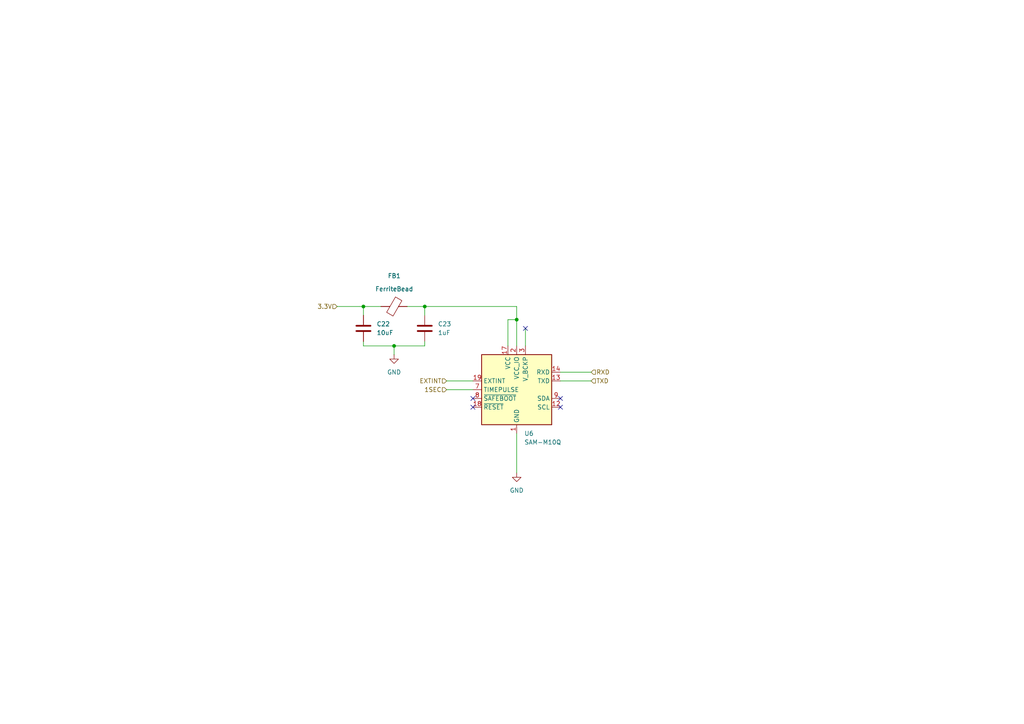
<source format=kicad_sch>
(kicad_sch (version 20250114) (generator "eeschema") (generator_version "9.0")
  (paper "A4")
  (title_block (date "2025-07-29") (company "California Strawberry Commission"))
  (lib_symbols
    (symbol "Device:C" (pin_numbers (hide yes)) (pin_names (offset 0.254))
      (property "Reference" "C" (at 0.635 2.54 0))
      (property "Value" "C" (at 0.635 -2.54 0))
      (symbol "C_0_1"
        (polyline (pts (xy -2.032 0.762) (xy 2.032 0.762)) (stroke (width 0.508)))
        (polyline (pts (xy -2.032 -0.762) (xy 2.032 -0.762)) (stroke (width 0.508)))
      )
      (symbol "C_1_1"
        (pin passive line (at 0 3.81 270) (length 2.794) (name "~") (number "1"))
        (pin passive line (at 0 -3.81 90) (length 2.794) (name "~") (number "2"))
      )
    )
    (symbol "Device:FerriteBead" (pin_numbers (hide yes)) (pin_names (offset 0))
      (property "Reference" "FB" (at -3.81 0.635 90))
      (property "Value" "FerriteBead" (at 3.81 0 90))
      (symbol "FerriteBead_0_1"
        (polyline (pts (xy -2.7686 0.4064) (xy -1.7018 2.2606) (xy 2.7686 -0.3048) (xy 1.6764 -2.159) (xy -2.7686 0.4064)))
        (polyline (pts (xy 0 1.27) (xy 0 1.2954)))
        (polyline (pts (xy 0 -1.27) (xy 0 -1.2192)))
      )
      (symbol "FerriteBead_1_1"
        (pin passive line (at 0 3.81 270) (length 2.54) (name "~") (number "1"))
        (pin passive line (at 0 -3.81 90) (length 2.54) (name "~") (number "2"))
      )
    )
    (symbol "RF_GPS:SAM-M8Q"
      (property "Reference" "U" (at -8.89 11.43 0))
      (property "Value" "SAM-M8Q" (at 8.89 11.43 0))
      (symbol "SAM-M8Q_0_1"
        (rectangle (start -10.16 10.16) (end 10.16 -10.16) (stroke (width 0.254)) (fill (type background)))
      )
      (symbol "SAM-M8Q_1_1"
        (pin input line (at -12.7 2.54 0) (length 2.54) (name "EXTINT") (number "19"))
        (pin output line (at -12.7 0 0) (length 2.54) (name "TIMEPULSE") (number "7"))
        (pin input line (at -12.7 -2.54 0) (length 2.54) (name "~{SAFEBOOT}") (number "8"))
        (pin input line (at -12.7 -5.08 0) (length 2.54) (name "~{RESET}") (number "18"))
        (pin power_in line (at -2.54 12.7 270) (length 2.54) (name "VCC") (number "17"))
        (pin power_in line (at 0 12.7 270) (length 2.54) (name "VCC_IO") (number "2"))
        (pin power_in line (at 0 -12.7 90) (length 2.54) (name "GND") (number "1"))
        (pin passive line (at 0 -12.7 90) (length 2.54) (hide yes) (name "GND") (number "10"))
        (pin passive line (at 0 -12.7 90) (length 2.54) (hide yes) (name "GND") (number "11"))
        (pin passive line (at 0 -12.7 90) (length 2.54) (hide yes) (name "GND") (number "15"))
        (pin passive line (at 0 -12.7 90) (length 2.54) (hide yes) (name "GND") (number "16"))
        (pin passive line (at 0 -12.7 90) (length 2.54) (hide yes) (name "GND") (number "20"))
        (pin passive line (at 0 -12.7 90) (length 2.54) (hide yes) (name "GND") (number "4"))
        (pin passive line (at 0 -12.7 90) (length 2.54) (hide yes) (name "GND") (number "5"))
        (pin passive line (at 0 -12.7 90) (length 2.54) (hide yes) (name "GND") (number "6"))
        (pin power_in line (at 2.54 12.7 270) (length 2.54) (name "V_BCKP") (number "3"))
        (pin input line (at 12.7 5.08 180) (length 2.54) (name "RXD") (number "14"))
        (pin output line (at 12.7 2.54 180) (length 2.54) (name "TXD") (number "13"))
        (pin bidirectional line (at 12.7 -2.54 180) (length 2.54) (name "SDA") (number "9"))
        (pin input line (at 12.7 -5.08 180) (length 2.54) (name "SCL") (number "12"))
      )
    )
    (symbol "power:GND" (power) (pin_numbers (hide yes)) (pin_names (offset 0) (hide yes))
      (property "Value" "GND" (at 0 -3.81 0))
      (symbol "GND_0_1"
        (polyline (pts (xy 0 0) (xy 0 -1.27) (xy 1.27 -1.27) (xy 0 -2.54) (xy -1.27 -1.27) (xy 0 -1.27)))
      )
      (symbol "GND_1_1"
        (pin power_in line (at 0 0 270) (length 0) (name "~") (number "1"))
      )
    )
  )
  (junction (at 114.3 100.33))
  (junction (at 123.19 88.9))
  (junction (at 105.41 88.9))
  (junction (at 149.86 92.71))
  (no_connect (at 137.16 115.57))
  (no_connect (at 162.56 115.57))
  (no_connect (at 162.56 118.11))
  (no_connect (at 152.4 95.25))
  (no_connect (at 137.16 118.11))
  (wire (pts (xy 123.19 88.9) (xy 149.86 88.9)))
  (wire (pts (xy 162.56 107.95) (xy 171.45 107.95)))
  (wire (pts (xy 152.4 95.25) (xy 152.4 100.33)))
  (wire (pts (xy 162.56 110.49) (xy 171.45 110.49)))
  (wire (pts (xy 129.54 110.49) (xy 137.16 110.49)))
  (wire (pts (xy 123.19 88.9) (xy 123.19 91.44)))
  (wire (pts (xy 114.3 100.33) (xy 114.3 102.87)))
  (wire (pts (xy 149.86 92.71) (xy 149.86 100.33)))
  (wire (pts (xy 147.32 92.71) (xy 147.32 100.33)))
  (wire (pts (xy 149.86 125.73) (xy 149.86 137.16)))
  (wire (pts (xy 105.41 100.33) (xy 114.3 100.33)))
  (wire (pts (xy 123.19 100.33) (xy 123.19 99.06)))
  (wire (pts (xy 97.79 88.9) (xy 105.41 88.9)))
  (wire (pts (xy 105.41 99.06) (xy 105.41 100.33)))
  (wire (pts (xy 114.3 100.33) (xy 123.19 100.33)))
  (wire (pts (xy 149.86 88.9) (xy 149.86 92.71)))
  (wire (pts (xy 118.11 88.9) (xy 123.19 88.9)))
  (wire (pts (xy 149.86 92.71) (xy 147.32 92.71)))
  (wire (pts (xy 105.41 88.9) (xy 110.49 88.9)))
  (wire (pts (xy 129.54 113.03) (xy 137.16 113.03)))
  (wire (pts (xy 105.41 88.9) (xy 105.41 91.44)))
  (hierarchical_label "TXD" (shape input) (at 171.45 110.49 0))
  (hierarchical_label "1SEC" (shape input) (at 129.54 113.03 180))
  (hierarchical_label "3.3V" (shape input) (at 97.79 88.9 180))
  (hierarchical_label "EXTINT" (shape input) (at 129.54 110.49 180))
  (hierarchical_label "RXD" (shape input) (at 171.45 107.95 0))
  (symbol (lib_id "Device:C") (at 105.41 95.25 0) (unit 1)
    (property "Reference" "C22" (at 109.22 93.9799 0) (effects (justify left)))
    (property "Value" "10uF" (at 109.22 96.5199 0) (effects (justify left)))
    (property "Footprint" "Capacitor_SMD:C_0805_2012Metric" (effects (hide yes)))
    (property "Datasheet" "https://www.digikey.com/en/products/detail/murata-electronics/GCM21BR71A106KE22K/4903979" (effects (hide yes)))
    (property "Description" "Unpolarized capacitor" (effects (hide yes)))
    (property "Part #" "GCM21BR71A106KE22K" (effects (hide yes)))
  )
  (symbol (lib_id "Device:C") (at 123.19 95.25 0) (unit 1)
    (property "Reference" "C23" (at 127 93.9799 0) (effects (justify left)))
    (property "Value" "1uF" (at 127 96.5199 0) (effects (justify left)))
    (property "Footprint" "Capacitor_SMD:C_0603_1608Metric" (effects (hide yes)))
    (property "Datasheet" "https://www.digikey.com/en/products/detail/taiyo-yuden/LMK107BJ105KAHT/4157762" (effects (hide yes)))
    (property "Description" "Unpolarized capacitor" (effects (hide yes)))
    (property "Part #" "LMK107BJ105KAHT" (effects (hide yes)))
  )
  (symbol (lib_id "power:GND") (at 149.86 137.16 0) (unit 1)
    (property "Reference" "#PWR017" (effects (hide yes)))
    (property "Value" "GND" (at 149.86 142.24 0))
    (property "Description" "Power symbol creates a global label with name \"GND\" , ground" (effects (hide yes)))
  )
  (symbol (lib_id "RF_GPS:SAM-M8Q") (at 149.86 113.03 0) (unit 1)
    (property "Reference" "U6" (at 152.0541 125.73 0) (effects (justify left)))
    (property "Value" "SAM-M10Q" (at 152.0541 128.27 0) (effects (justify left)))
    (property "Footprint" "RF_GPS:ublox_SAM-M8Q" (effects (hide yes)))
    (property "Datasheet" "https://www.u-blox.com/sites/default/files/SAM-M8Q_DataSheet_%28UBX-16012619%29.pdf" (effects (hide yes)))
    (property "Description" "GPS ublox M8 variant" (effects (hide yes)))
    (property "Part #" "SAM-M10Q" (effects (hide yes)))
  )
  (symbol (lib_id "power:GND") (at 114.3 102.87 0) (unit 1)
    (property "Reference" "#PWR016" (effects (hide yes)))
    (property "Value" "GND" (at 114.3 107.95 0))
    (property "Description" "Power symbol creates a global label with name \"GND\" , ground" (effects (hide yes)))
  )
  (symbol (lib_id "Device:FerriteBead") (at 114.3 88.9 270) (unit 1)
    (property "Reference" "FB1" (at 114.3508 80.01 90))
    (property "Value" "FerriteBead" (at 114.3508 83.82 90))
    (property "Footprint" "Resistor_SMD:R_0603_1608Metric" (effects (hide yes)))
    (property "Datasheet" "https://www.digikey.com/en/products/detail/laird-signal-integrity-products/MI0603L221R-10/1236414" (effects (hide yes)))
    (property "Description" "Ferrite bead" (effects (hide yes)))
    (property "Part #" "MI0603L221R-10" (effects (hide yes)))
  )
)
</source>
